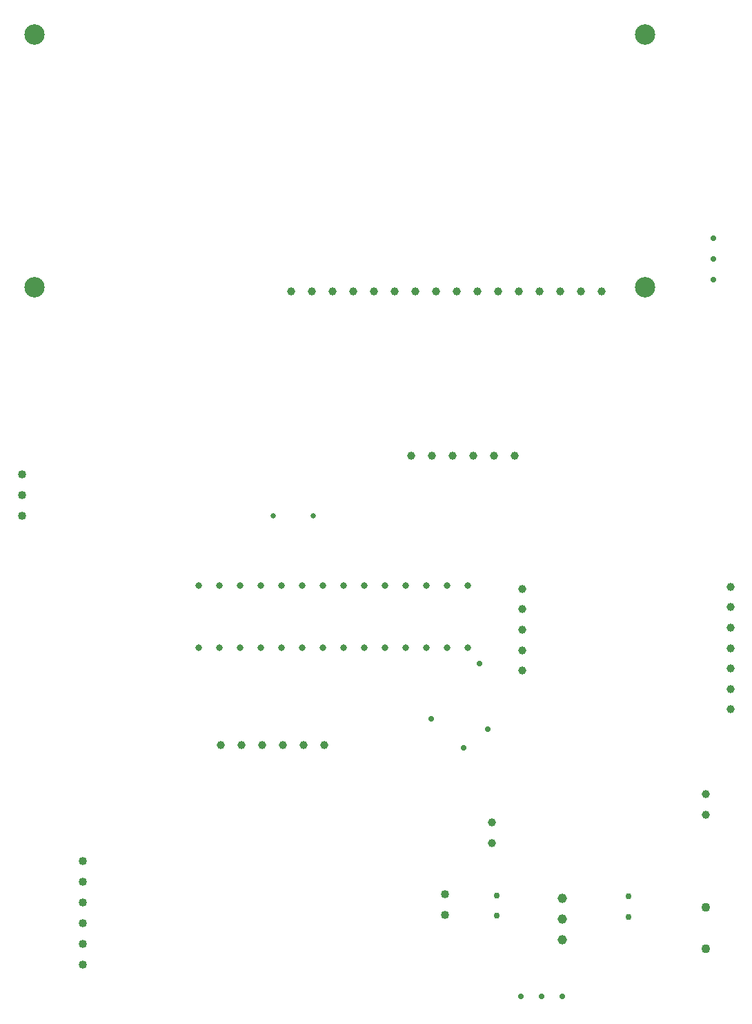
<source format=gbr>
%TF.GenerationSoftware,Altium Limited,Altium Designer,25.6.2 (33)*%
G04 Layer_Color=0*
%FSLAX45Y45*%
%MOMM*%
%TF.SameCoordinates,D625FAC1-649B-4139-A42B-0E7AE4161345*%
%TF.FilePolarity,Positive*%
%TF.FileFunction,Plated,1,2,PTH,Drill*%
%TF.Part,Single*%
G01*
G75*
%TA.AperFunction,ComponentDrill*%
%ADD80C,1.00000*%
%ADD81C,1.00000*%
%ADD82C,1.02000*%
%ADD83C,0.80000*%
%ADD84C,0.75000*%
%ADD85C,1.10000*%
%ADD86C,0.71000*%
%ADD87C,0.71000*%
%ADD88C,2.50000*%
%ADD89C,0.68000*%
%ADD90C,1.15000*%
%TA.AperFunction,ViaDrill,NotFilled*%
%ADD91C,0.71120*%
D80*
X6527800Y7023100D02*
D03*
X6624401Y4393810D02*
D03*
X4191000Y3479800D02*
D03*
X6019800Y7023100D02*
D03*
X6624401Y4643811D02*
D03*
X3937000Y3479800D02*
D03*
X6624401Y4893804D02*
D03*
X3175003Y3479801D02*
D03*
X5765800Y7023100D02*
D03*
X2921003Y3479801D02*
D03*
X3683000Y3479800D02*
D03*
X3429000D02*
D03*
X6624401Y5143797D02*
D03*
X5511803Y7023101D02*
D03*
X9174399Y3918810D02*
D03*
Y4168811D02*
D03*
Y4418812D02*
D03*
Y4668796D02*
D03*
Y4918797D02*
D03*
Y5168798D02*
D03*
Y5418799D02*
D03*
X6624401Y5393798D02*
D03*
X6273800Y7023100D02*
D03*
X5257803Y7023101D02*
D03*
D81*
X6579500Y9042600D02*
D03*
X7595500D02*
D03*
X8875000Y2621000D02*
D03*
X6250000Y2529000D02*
D03*
X3785500Y9042600D02*
D03*
X4039500D02*
D03*
X4293500D02*
D03*
X4547500D02*
D03*
X4801500D02*
D03*
X5055500D02*
D03*
X5309500D02*
D03*
X5563500D02*
D03*
X5817500D02*
D03*
X6071500D02*
D03*
X6325500D02*
D03*
X6833500D02*
D03*
X7087500D02*
D03*
X7341500D02*
D03*
X6250000Y2275000D02*
D03*
X8875000Y2875000D02*
D03*
D82*
X482600Y6794500D02*
D03*
X1231900Y787400D02*
D03*
X5676900Y1651000D02*
D03*
X482608Y6286492D02*
D03*
X1231900Y1041400D02*
D03*
Y1295400D02*
D03*
Y1549400D02*
D03*
X482600Y6540500D02*
D03*
X1231900Y1803400D02*
D03*
Y2057400D02*
D03*
X5676900Y1397000D02*
D03*
D83*
X4178300Y5435600D02*
D03*
X4432300Y4673600D02*
D03*
X3416300Y5435600D02*
D03*
X5194300D02*
D03*
X3162300D02*
D03*
X4940300D02*
D03*
X4432300D02*
D03*
X2908300D02*
D03*
X4686300D02*
D03*
X5956300D02*
D03*
X5702300D02*
D03*
X5448300D02*
D03*
X3924300D02*
D03*
X3670300D02*
D03*
X2654300D02*
D03*
X5956300Y4673600D02*
D03*
X5702300D02*
D03*
X5448300D02*
D03*
X5194300D02*
D03*
X4940300D02*
D03*
X4686300D02*
D03*
X4178300D02*
D03*
X3924300D02*
D03*
X3670300D02*
D03*
X3416300D02*
D03*
X3162300D02*
D03*
X2908300D02*
D03*
X2654300D02*
D03*
D84*
X7924800Y1375600D02*
D03*
X6311900Y1636300D02*
D03*
X7924800Y1625600D02*
D03*
X6311900Y1386300D02*
D03*
D85*
X8877300Y977900D02*
D03*
Y1485900D02*
D03*
D86*
X6858000Y393700D02*
D03*
X7112000D02*
D03*
X6604000D02*
D03*
D87*
X8966200Y9182100D02*
D03*
Y9436100D02*
D03*
Y9690100D02*
D03*
D88*
X631500Y12192600D02*
D03*
X8131500D02*
D03*
Y9092600D02*
D03*
X631500D02*
D03*
D89*
X3566000Y6286500D02*
D03*
X4054000D02*
D03*
D90*
X7112000Y1600200D02*
D03*
Y1346200D02*
D03*
Y1092200D02*
D03*
D91*
X6100000Y4475000D02*
D03*
X5500000Y3800000D02*
D03*
X5900000Y3450000D02*
D03*
X6200000Y3675000D02*
D03*
%TF.MD5,76951f58ccad42971db000539d75bd10*%
M02*

</source>
